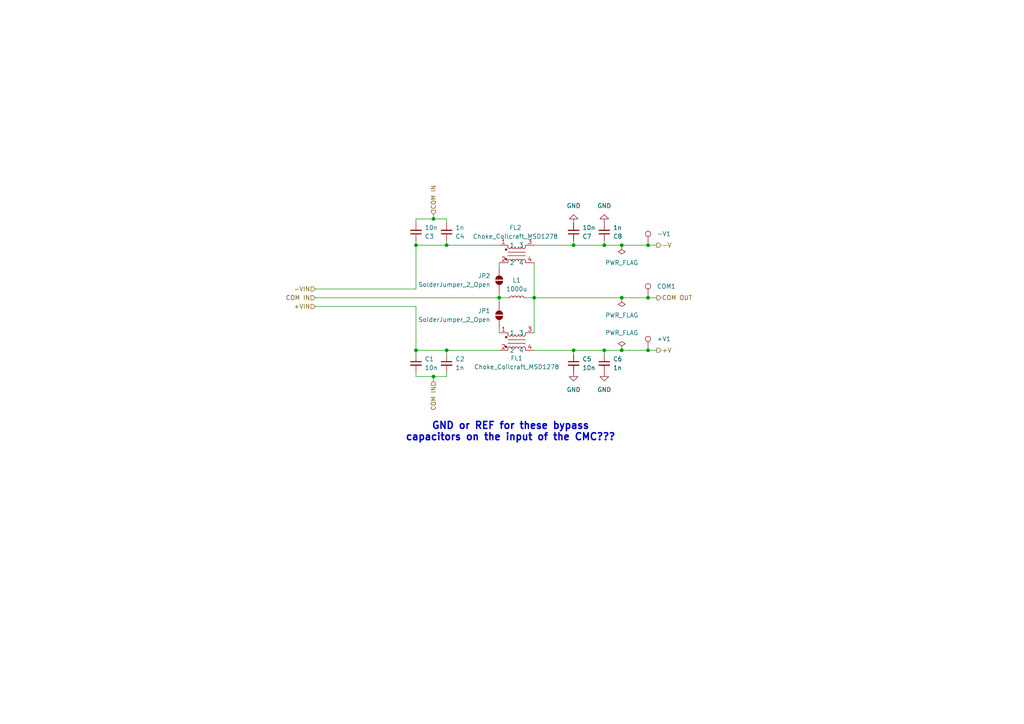
<source format=kicad_sch>
(kicad_sch (version 20250114) (generator "eeschema") (generator_version "9.0")
  (paper "A4")
  (title_block (title "Power input filtering") (date "2025-03-28") (rev "1.0"))
  (lib_symbols
    (symbol "Connector:TestPoint" (pin_numbers (hide yes)) (pin_names (offset 0.762) (hide yes))
      (property "Reference" "TP" (at 0 6.858 0))
      (property "Value" "TestPoint" (at 0 5.08 0))
      (symbol "TestPoint_0_1"
        (circle (center 0 3.302) (radius 0.762))
      )
      (symbol "TestPoint_1_1"
        (pin passive line (at 0 0 90) (length 2.54) (name "1") (number "1"))
      )
    )
    (symbol "Device:C_Small" (pin_numbers (hide yes)) (pin_names (offset 0.254) (hide yes))
      (property "Reference" "C" (at 0.254 1.778 0))
      (property "Value" "C_Small" (at 0.254 -2.032 0))
      (symbol "C_Small_0_1"
        (polyline (pts (xy -1.524 0.508) (xy 1.524 0.508)) (stroke (width 0.3048)))
        (polyline (pts (xy -1.524 -0.508) (xy 1.524 -0.508)) (stroke (width 0.3302)))
      )
      (symbol "C_Small_1_1"
        (pin passive line (at 0 2.54 270) (length 2.032) (name "~") (number "1"))
        (pin passive line (at 0 -2.54 90) (length 2.032) (name "~") (number "2"))
      )
    )
    (symbol "Device:L_Small" (pin_numbers (hide yes)) (pin_names (offset 0.254) (hide yes))
      (property "Reference" "L" (at 0.762 1.016 0))
      (property "Value" "L_Small" (at 0.762 -1.016 0))
      (symbol "L_Small_0_1"
        (arc (start 0 2.032) (mid 0.5058 1.524) (end 0 1.016))
        (arc (start 0 1.016) (mid 0.5058 0.508) (end 0 0))
        (arc (start 0 0) (mid 0.5058 -0.508) (end 0 -1.016))
        (arc (start 0 -1.016) (mid 0.5058 -1.524) (end 0 -2.032))
      )
      (symbol "L_Small_1_1"
        (pin passive line (at 0 2.54 270) (length 0.508) (name "~") (number "1"))
        (pin passive line (at 0 -2.54 90) (length 0.508) (name "~") (number "2"))
      )
    )
    (symbol "MSD1278_1"
      (property "Reference" "FL" (at 0 4.572 0))
      (property "Value" "Choke_Coilcraft_MSD1278" (at 0 -4.572 0))
      (symbol "MSD1278_1_0_1"
        (polyline (pts (xy -2.54 2.032) (xy -2.54 2.54)))
        (polyline (pts (xy -2.54 0.508) (xy 2.54 0.508)))
        (polyline (pts (xy -2.54 -2.54) (xy -2.54 -2.032)))
        (arc (start -1.524 2.032) (mid -2.032 1.5262) (end -2.54 2.032))
        (arc (start -2.54 -2.032) (mid -2.032 -1.5262) (end -1.524 -2.032))
        (arc (start -0.508 2.032) (mid -1.016 1.5262) (end -1.524 2.032))
        (arc (start -1.524 -2.032) (mid -1.016 -1.5262) (end -0.508 -2.032))
        (arc (start 0.508 2.032) (mid 0 1.5262) (end -0.508 2.032))
        (arc (start -0.508 -2.032) (mid 0 -1.5262) (end 0.508 -2.032))
        (arc (start 1.524 2.032) (mid 1.016 1.5262) (end 0.508 2.032))
        (arc (start 0.508 -2.032) (mid 1.016 -1.5262) (end 1.524 -2.032))
        (arc (start 2.54 2.032) (mid 2.032 1.5262) (end 1.524 2.032))
        (arc (start 1.524 -2.032) (mid 2.032 -1.5262) (end 2.54 -2.032))
        (polyline (pts (xy 2.54 2.032) (xy 2.54 2.54)))
        (polyline (pts (xy 2.54 -0.508) (xy -2.54 -0.508)))
        (polyline (pts (xy 2.54 -2.032) (xy 2.54 -2.54)))
        (circle (center 3.048 1.27) (radius 0.254) (fill (type outline)))
        (circle (center 3.048 -1.524) (radius 0.254) (fill (type outline)))
      )
      (symbol "MSD1278_1_1_1"
        (pin passive line (at -5.08 2.54 0) (length 2.54) (name "3") (number "3"))
        (pin passive line (at -5.08 -2.54 0) (length 2.54) (name "4") (number "4"))
        (pin passive line (at 5.08 2.54 180) (length 2.54) (name "1") (number "1"))
        (pin passive line (at 5.08 -2.54 180) (length 2.54) (name "2") (number "2"))
      )
    )
    (symbol "SolderJumper_2_Open_1" (pin_numbers (hide yes)) (pin_names (offset 0) (hide yes)) (in_bom no)
      (property "Reference" "JP" (at 0 2.032 0))
      (property "Value" "SolderJumper_2_Open" (at 0 -2.54 0))
      (symbol "SolderJumper_2_Open_1_0_1"
        (polyline (pts (xy -0.254 1.016) (xy -0.254 -1.016)))
        (arc (start -0.254 -1.016) (mid -1.2656 0) (end -0.254 1.016))
        (arc (start -0.254 -1.016) (mid -1.2656 0) (end -0.254 1.016) (fill (type outline)))
        (arc (start 0.254 1.016) (mid 1.2656 0) (end 0.254 -1.016))
        (arc (start 0.254 1.016) (mid 1.2656 0) (end 0.254 -1.016) (fill (type outline)))
        (polyline (pts (xy 0.254 1.016) (xy 0.254 -1.016)))
      )
      (symbol "SolderJumper_2_Open_1_1_1"
        (pin passive line (at -3.81 0 0) (length 2.54) (name "A") (number "1"))
        (pin passive line (at 3.81 0 180) (length 2.54) (name "B") (number "2"))
      )
    )
    (symbol "bias-supply:MSD1278"
      (property "Reference" "FL" (at 0 4.572 0))
      (property "Value" "Choke_Coilcraft_MSD1278" (at 0 -4.572 0))
      (symbol "MSD1278_0_1"
        (polyline (pts (xy -2.54 2.032) (xy -2.54 2.54)))
        (polyline (pts (xy -2.54 0.508) (xy 2.54 0.508)))
        (polyline (pts (xy -2.54 -2.54) (xy -2.54 -2.032)))
        (arc (start -1.524 2.032) (mid -2.032 1.5262) (end -2.54 2.032))
        (arc (start -2.54 -2.032) (mid -2.032 -1.5262) (end -1.524 -2.032))
        (arc (start -0.508 2.032) (mid -1.016 1.5262) (end -1.524 2.032))
        (arc (start -1.524 -2.032) (mid -1.016 -1.5262) (end -0.508 -2.032))
        (arc (start 0.508 2.032) (mid 0 1.5262) (end -0.508 2.032))
        (arc (start -0.508 -2.032) (mid 0 -1.5262) (end 0.508 -2.032))
        (arc (start 1.524 2.032) (mid 1.016 1.5262) (end 0.508 2.032))
        (arc (start 0.508 -2.032) (mid 1.016 -1.5262) (end 1.524 -2.032))
        (arc (start 2.54 2.032) (mid 2.032 1.5262) (end 1.524 2.032))
        (arc (start 1.524 -2.032) (mid 2.032 -1.5262) (end 2.54 -2.032))
        (polyline (pts (xy 2.54 2.032) (xy 2.54 2.54)))
        (polyline (pts (xy 2.54 -0.508) (xy -2.54 -0.508)))
        (polyline (pts (xy 2.54 -2.032) (xy 2.54 -2.54)))
        (circle (center 3.048 1.27) (radius 0.254) (fill (type outline)))
        (circle (center 3.048 -1.524) (radius 0.254) (fill (type outline)))
      )
      (symbol "MSD1278_1_1"
        (pin passive line (at -5.08 2.54 0) (length 2.54) (name "3") (number "3"))
        (pin passive line (at -5.08 -2.54 0) (length 2.54) (name "4") (number "4"))
        (pin passive line (at 5.08 2.54 180) (length 2.54) (name "1") (number "1"))
        (pin passive line (at 5.08 -2.54 180) (length 2.54) (name "2") (number "2"))
      )
    )
    (symbol "power:GND" (power) (pin_numbers (hide yes)) (pin_names (offset 0) (hide yes))
      (property "Value" "GND" (at 0 -3.81 0))
      (symbol "GND_0_1"
        (polyline (pts (xy 0 0) (xy 0 -1.27) (xy 1.27 -1.27) (xy 0 -2.54) (xy -1.27 -1.27) (xy 0 -1.27)))
      )
      (symbol "GND_1_1"
        (pin power_in line (at 0 0 270) (length 0) (name "~") (number "1"))
      )
    )
    (symbol "power:PWR_FLAG" (power) (pin_numbers (hide yes)) (pin_names (offset 0) (hide yes))
      (property "Value" "PWR_FLAG" (at 0 3.81 0))
      (symbol "PWR_FLAG_0_0"
        (pin power_out line (at 0 0 90) (length 0) (name "~") (number "1"))
      )
      (symbol "PWR_FLAG_0_1"
        (polyline (pts (xy 0 0) (xy 0 1.27) (xy -1.016 1.905) (xy 0 2.54) (xy 1.016 1.905) (xy 0 1.27)))
      )
    )
  )
  (text "GND or REF for these bypass\ncapacitors on the input of the CMC???" (at 148.082 125.222 0) (effects (font (size 2.032 2.032) (thickness 0.4064) (bold yes))))
  (junction (at 129.54 101.6))
  (junction (at 187.96 71.12))
  (junction (at 180.34 86.36))
  (junction (at 125.73 109.22))
  (junction (at 144.78 86.36))
  (junction (at 166.37 71.12))
  (junction (at 180.34 101.6))
  (junction (at 154.94 86.36))
  (junction (at 175.26 101.6))
  (junction (at 120.65 101.6))
  (junction (at 175.26 71.12))
  (junction (at 120.65 71.12))
  (junction (at 125.73 63.5))
  (junction (at 129.54 71.12))
  (junction (at 187.96 101.6))
  (junction (at 180.34 71.12))
  (junction (at 187.96 86.36))
  (junction (at 166.37 101.6))
  (wire (pts (xy 154.94 71.12) (xy 166.37 71.12)))
  (wire (pts (xy 154.94 76.2) (xy 154.94 86.36)))
  (wire (pts (xy 187.96 86.36) (xy 190.5 86.36)))
  (wire (pts (xy 120.65 71.12) (xy 129.54 71.12)))
  (wire (pts (xy 91.44 86.36) (xy 144.78 86.36)))
  (wire (pts (xy 166.37 101.6) (xy 166.37 102.87)))
  (wire (pts (xy 175.26 101.6) (xy 175.26 102.87)))
  (wire (pts (xy 154.94 86.36) (xy 180.34 86.36)))
  (wire (pts (xy 187.96 101.6) (xy 180.34 101.6)))
  (wire (pts (xy 129.54 69.85) (xy 129.54 71.12)))
  (wire (pts (xy 180.34 71.12) (xy 187.96 71.12)))
  (wire (pts (xy 129.54 71.12) (xy 144.78 71.12)))
  (wire (pts (xy 120.65 109.22) (xy 120.65 107.95)))
  (wire (pts (xy 125.73 109.22) (xy 125.73 110.49)))
  (wire (pts (xy 129.54 63.5) (xy 129.54 64.77)))
  (wire (pts (xy 125.73 62.23) (xy 125.73 63.5)))
  (wire (pts (xy 120.65 64.77) (xy 120.65 63.5)))
  (wire (pts (xy 129.54 101.6) (xy 129.54 102.87)))
  (wire (pts (xy 120.65 109.22) (xy 125.73 109.22)))
  (wire (pts (xy 144.78 95.25) (xy 144.78 96.52)))
  (wire (pts (xy 180.34 101.6) (xy 175.26 101.6)))
  (wire (pts (xy 154.94 86.36) (xy 154.94 96.52)))
  (wire (pts (xy 129.54 109.22) (xy 129.54 107.95)))
  (wire (pts (xy 125.73 109.22) (xy 129.54 109.22)))
  (wire (pts (xy 120.65 88.9) (xy 120.65 101.6)))
  (wire (pts (xy 91.44 83.82) (xy 120.65 83.82)))
  (wire (pts (xy 180.34 71.12) (xy 175.26 71.12)))
  (wire (pts (xy 129.54 101.6) (xy 144.78 101.6)))
  (wire (pts (xy 190.5 101.6) (xy 187.96 101.6)))
  (wire (pts (xy 120.65 69.85) (xy 120.65 71.12)))
  (wire (pts (xy 175.26 71.12) (xy 166.37 71.12)))
  (wire (pts (xy 180.34 86.36) (xy 187.96 86.36)))
  (wire (pts (xy 91.44 88.9) (xy 120.65 88.9)))
  (wire (pts (xy 120.65 71.12) (xy 120.65 83.82)))
  (wire (pts (xy 175.26 71.12) (xy 175.26 69.85)))
  (wire (pts (xy 120.65 101.6) (xy 120.65 102.87)))
  (wire (pts (xy 120.65 101.6) (xy 129.54 101.6)))
  (wire (pts (xy 152.4 86.36) (xy 154.94 86.36)))
  (wire (pts (xy 144.78 86.36) (xy 144.78 87.63)))
  (wire (pts (xy 166.37 101.6) (xy 175.26 101.6)))
  (wire (pts (xy 144.78 85.09) (xy 144.78 86.36)))
  (wire (pts (xy 120.65 63.5) (xy 125.73 63.5)))
  (wire (pts (xy 144.78 76.2) (xy 144.78 77.47)))
  (wire (pts (xy 166.37 71.12) (xy 166.37 69.85)))
  (wire (pts (xy 187.96 71.12) (xy 190.5 71.12)))
  (wire (pts (xy 144.78 86.36) (xy 147.32 86.36)))
  (wire (pts (xy 125.73 63.5) (xy 129.54 63.5)))
  (wire (pts (xy 154.94 101.6) (xy 166.37 101.6)))
  (hierarchical_label "+VIN" (shape input) (at 91.44 88.9 180))
  (hierarchical_label "COM IN" (shape input) (at 91.44 86.36 180))
  (hierarchical_label "-VIN" (shape input) (at 91.44 83.82 180))
  (hierarchical_label "COM IN" (shape input) (at 125.73 62.23 90))
  (hierarchical_label "COM IN" (shape input) (at 125.73 110.49 270))
  (hierarchical_label "COM OUT" (shape output) (at 190.5 86.36 0))
  (hierarchical_label "+V" (shape output) (at 190.5 101.6 0))
  (hierarchical_label "-V" (shape output) (at 190.5 71.12 0))
  (symbol (lib_id "Device:L_Small") (at 149.86 86.36 90) (unit 1)
    (property "Reference" "L1" (at 149.86 81.28 90))
    (property "Value" "1000u" (at 149.86 83.82 90))
    (property "Footprint" "Inductor_SMD:L_1206_3216Metric" (effects (hide yes)))
  )
  (symbol (lib_id "power:GND") (at 166.37 107.95 0) (mirror y) (unit 1)
    (property "Reference" "#PWR036" (effects (hide yes)))
    (property "Value" "GND" (at 166.37 113.03 0))
    (property "Description" "Power symbol creates a global label with name \"GND\" , ground" (effects (hide yes)))
  )
  (symbol (lib_id "power:GND") (at 166.37 64.77 180) (unit 1)
    (property "Reference" "#PWR034" (effects (hide yes)))
    (property "Value" "GND" (at 166.37 59.69 0))
    (property "Description" "Power symbol creates a global label with name \"GND\" , ground" (effects (hide yes)))
  )
  (symbol (lib_id "bias-supply:MSD1278") (at 149.86 99.06 0) (mirror y) (unit 1)
    (property "Reference" "FL1" (at 149.86 103.886 0))
    (property "Value" "Choke_Coilcraft_MSD1278" (at 149.86 106.426 0))
    (property "Footprint" "bias-supply:MSD1278" (effects (hide yes)))
  )
  (symbol (lib_id "Device:C_Small") (at 175.26 67.31 0) (mirror x) (unit 1)
    (property "Reference" "C8" (at 177.8 68.5737 0) (effects (justify left)))
    (property "Value" "1n" (at 177.8 66.0337 0) (effects (justify left)))
    (property "Footprint" "Capacitor_SMD:C_1206_3216Metric" (effects (hide yes)))
  )
  (symbol (lib_id "power:PWR_FLAG") (at 180.34 86.36 0) (mirror x) (unit 1)
    (property "Reference" "#FLG01" (effects (hide yes)))
    (property "Value" "PWR_FLAG" (at 180.34 91.44 0))
    (property "Description" "Special symbol for telling ERC where power comes from" (effects (hide yes)))
  )
  (symbol (lib_id "power:GND") (at 175.26 107.95 0) (mirror y) (unit 1)
    (property "Reference" "#PWR042" (effects (hide yes)))
    (property "Value" "GND" (at 175.26 113.03 0))
    (property "Description" "Power symbol creates a global label with name \"GND\" , ground" (effects (hide yes)))
  )
  (symbol (lib_id "Device:C_Small") (at 166.37 67.31 0) (mirror x) (unit 1)
    (property "Reference" "C7" (at 168.91 68.5737 0) (effects (justify left)))
    (property "Value" "10n" (at 168.91 66.0337 0) (effects (justify left)))
    (property "Footprint" "Capacitor_SMD:C_1206_3216Metric" (effects (hide yes)))
  )
  (symbol (lib_id "Device:C_Small") (at 166.37 105.41 0) (unit 1)
    (property "Reference" "C5" (at 168.91 104.1463 0) (effects (justify left)))
    (property "Value" "10n" (at 168.91 106.6863 0) (effects (justify left)))
    (property "Footprint" "Capacitor_SMD:C_1206_3216Metric" (effects (hide yes)))
  )
  (symbol (lib_id "Device:C_Small") (at 120.65 105.41 0) (unit 1)
    (property "Reference" "C1" (at 123.19 104.1463 0) (effects (justify left)))
    (property "Value" "10n" (at 123.19 106.6863 0) (effects (justify left)))
    (property "Footprint" "Capacitor_SMD:C_1206_3216Metric" (effects (hide yes)))
  )
  (symbol (lib_id "power:PWR_FLAG") (at 180.34 101.6 0) (mirror y) (unit 1)
    (property "Reference" "#FLG03" (effects (hide yes)))
    (property "Value" "PWR_FLAG" (at 180.34 96.52 0))
    (property "Description" "Special symbol for telling ERC where power comes from" (effects (hide yes)))
  )
  (symbol (lib_name "MSD1278_1") (lib_id "bias-supply:MSD1278") (at 149.86 73.66 0) (mirror y) (unit 1)
    (property "Reference" "FL2" (at 149.479 66.04 0))
    (property "Value" "Choke_Coilcraft_MSD1278" (at 149.479 68.58 0))
    (property "Footprint" "bias-supply:MSD1278" (effects (hide yes)))
  )
  (symbol (lib_id "Device:C_Small") (at 129.54 67.31 0) (mirror x) (unit 1)
    (property "Reference" "C4" (at 132.08 68.5737 0) (effects (justify left)))
    (property "Value" "1n" (at 132.08 66.0337 0) (effects (justify left)))
    (property "Footprint" "Capacitor_SMD:C_1206_3216Metric" (effects (hide yes)))
  )
  (symbol (lib_id "Connector:TestPoint") (at 187.96 101.6 0) (unit 1)
    (property "Reference" "+V1" (at 190.5 98.2979 0) (effects (justify left)))
    (property "Value" "+V" (effects (hide yes)))
    (property "Footprint" "bias-supply:TestPoint_THTPad_D2.0mm_Drill1.0mm_JLCrules" (effects (hide yes)))
    (property "Description" "test point" (effects (hide yes)))
  )
  (symbol (lib_id "Device:C_Small") (at 129.54 105.41 0) (unit 1)
    (property "Reference" "C2" (at 132.08 104.1463 0) (effects (justify left)))
    (property "Value" "1n" (at 132.08 106.6863 0) (effects (justify left)))
    (property "Footprint" "Capacitor_SMD:C_1206_3216Metric" (effects (hide yes)))
  )
  (symbol (lib_id "power:PWR_FLAG") (at 180.34 71.12 0) (mirror x) (unit 1)
    (property "Reference" "#FLG02" (effects (hide yes)))
    (property "Value" "PWR_FLAG" (at 180.34 76.2 0))
    (property "Description" "Special symbol for telling ERC where power comes from" (effects (hide yes)))
  )
  (symbol (lib_id "Device:C_Small") (at 175.26 105.41 0) (unit 1)
    (property "Reference" "C6" (at 177.8 104.1463 0) (effects (justify left)))
    (property "Value" "1n" (at 177.8 106.6863 0) (effects (justify left)))
    (property "Footprint" "Capacitor_SMD:C_1206_3216Metric" (effects (hide yes)))
  )
  (symbol (lib_name "SolderJumper_2_Open_1") (lib_id "Jumper:SolderJumper_2_Open") (at 144.78 91.44 90) (unit 1) (in_bom no)
    (property "Reference" "JP1" (at 142.24 90.1699 90) (effects (justify left)))
    (property "Value" "SolderJumper_2_Open" (at 142.24 92.7099 90) (effects (justify left)))
    (property "Footprint" "Jumper:SolderJumper-2_P1.3mm_Open_Pad1.0x1.5mm" (effects (hide yes)))
    (property "Description" "Solder Jumper, 2-pole, open" (effects (hide yes)))
  )
  (symbol (lib_id "power:GND") (at 175.26 64.77 180) (unit 1)
    (property "Reference" "#PWR041" (effects (hide yes)))
    (property "Value" "GND" (at 175.26 59.69 0))
    (property "Description" "Power symbol creates a global label with name \"GND\" , ground" (effects (hide yes)))
  )
  (symbol (lib_id "Device:C_Small") (at 120.65 67.31 0) (mirror x) (unit 1)
    (property "Reference" "C3" (at 123.19 68.5737 0) (effects (justify left)))
    (property "Value" "10n" (at 123.19 66.0337 0) (effects (justify left)))
    (property "Footprint" "Capacitor_SMD:C_1206_3216Metric" (effects (hide yes)))
  )
  (symbol (lib_id "Connector:TestPoint") (at 187.96 71.12 0) (unit 1)
    (property "Reference" "-V1" (at 190.5 67.8179 0) (effects (justify left)))
    (property "Value" "-V" (effects (hide yes)))
    (property "Footprint" "bias-supply:TestPoint_THTPad_D2.0mm_Drill1.0mm_JLCrules" (effects (hide yes)))
    (property "Description" "test point" (effects (hide yes)))
  )
  (symbol (lib_name "SolderJumper_2_Open_1") (lib_id "Jumper:SolderJumper_2_Open") (at 144.78 81.28 90) (unit 1) (in_bom no)
    (property "Reference" "JP2" (at 142.24 80.0099 90) (effects (justify left)))
    (property "Value" "SolderJumper_2_Open" (at 142.24 82.5499 90) (effects (justify left)))
    (property "Footprint" "Jumper:SolderJumper-2_P1.3mm_Open_Pad1.0x1.5mm" (effects (hide yes)))
    (property "Description" "Solder Jumper, 2-pole, open" (effects (hide yes)))
  )
  (symbol (lib_id "Connector:TestPoint") (at 187.96 86.36 0) (unit 1)
    (property "Reference" "COM1" (at 190.5 83.0579 0) (effects (justify left)))
    (property "Value" "COM" (effects (hide yes)))
    (property "Footprint" "bias-supply:TestPoint_THTPad_D2.0mm_Drill1.0mm_JLCrules" (effects (hide yes)))
    (property "Description" "test point" (effects (hide yes)))
  )
)
</source>
